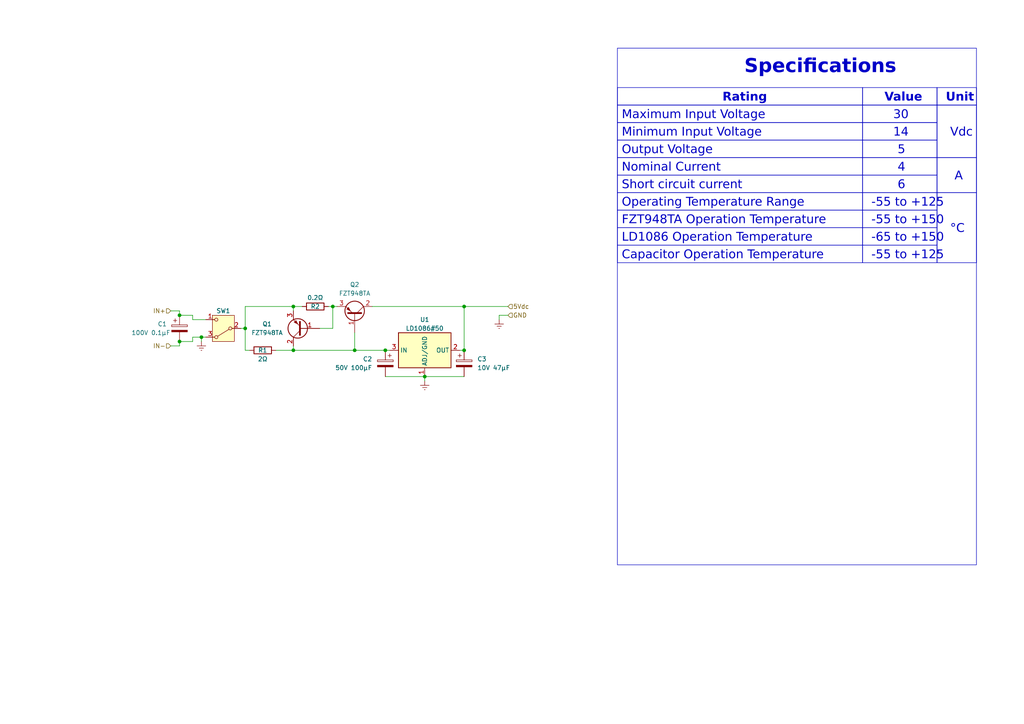
<source format=kicad_sch>
(kicad_sch (version 20230121) (generator eeschema)
  (paper "A4")
  (title_block (title "Power") (date "2024-09-27") (rev "1.0") (company "Lucas Rayan Guerra da Silva") (comment 1 "linkedin.com/in/lucasrguerra") (comment 2 "github.com/lucasrguerra/power_vision"))
  (lib_symbols
    (symbol "Device:C_Polarized" (pin_numbers hide) (pin_names (offset 0.254))
      (property "Reference" "C" (at 0.635 2.54 0))
      (property "Value" "C_Polarized" (at 0.635 -2.54 0))
      (symbol "C_Polarized_0_1"
        (rectangle (start -2.286 0.508) (end 2.286 1.016))
        (polyline (pts (xy -1.778 2.286) (xy -0.762 2.286)))
        (polyline (pts (xy -1.27 2.794) (xy -1.27 1.778)))
        (rectangle (start 2.286 -0.508) (end -2.286 -1.016) (fill (type outline)))
      )
      (symbol "C_Polarized_1_1"
        (pin passive line (at 0 3.81 270) (length 2.794) (name "~") (number "1"))
        (pin passive line (at 0 -3.81 90) (length 2.794) (name "~") (number "2"))
      )
    )
    (symbol "Device:R" (pin_numbers hide) (pin_names (offset 0))
      (property "Reference" "R" (at 2.032 0 90))
      (property "Value" "R" (at 0 0 90))
      (symbol "R_0_1"
        (rectangle (start -1.016 -2.54) (end 1.016 2.54) (stroke (width 0.254)))
      )
      (symbol "R_1_1"
        (pin passive line (at 0 3.81 270) (length 1.27) (name "~") (number "1"))
        (pin passive line (at 0 -3.81 90) (length 1.27) (name "~") (number "2"))
      )
    )
    (symbol "Regulator_Linear:LD1086D2M33TR"
      (property "Reference" "U" (at 0 10.16 0))
      (property "Value" "LD1086D2M33TR" (at 0 7.62 0))
      (symbol "LD1086D2M33TR_1_1"
        (rectangle (start -7.62 -5.08) (end 7.62 5.08) (stroke (width 0.254)) (fill (type background)))
        (pin input line (at 0 -7.62 90) (length 2.54) (name "ADJ/GND") (number "1"))
        (pin power_out line (at 10.16 0 180) (length 2.54) (name "OUT") (number "2"))
        (pin power_in line (at -10.16 0 0) (length 2.54) (name "IN") (number "3"))
      )
    )
    (symbol "Switch:SW_Nidec_CAS-120A1" (pin_names (offset 1) hide)
      (property "Reference" "SW" (at 0 4.318 0))
      (property "Value" "SW_Nidec_CAS-120A1" (at 0 -5.08 0))
      (symbol "SW_Nidec_CAS-120A1_0_1"
        (circle (center -2.032 0) (radius 0.4572))
        (polyline (pts (xy -1.651 0.254) (xy 1.651 2.286)))
        (circle (center 2.032 -2.54) (radius 0.4572))
        (circle (center 2.032 2.54) (radius 0.4572))
      )
      (symbol "SW_Nidec_CAS-120A1_1_1"
        (rectangle (start -3.175 3.81) (end 3.175 -3.81) (fill (type background)))
        (pin passive line (at 5.08 -2.54 180) (length 2.54) (name "C") (number "1"))
        (pin passive line (at -5.08 0 0) (length 2.54) (name "B") (number "2"))
        (pin passive line (at 5.08 2.54 180) (length 2.54) (name "A") (number "3"))
      )
    )
    (symbol "Transistor_BJT:TIP42" (pin_names (offset 0) hide)
      (property "Reference" "Q" (at 6.35 1.905 0))
      (property "Value" "TIP42" (at 6.35 0 0))
      (symbol "TIP42_0_1"
        (polyline (pts (xy 0.635 0.635) (xy 2.54 2.54)))
        (polyline (pts (xy 0.635 -0.635) (xy 2.54 -2.54) (xy 2.54 -2.54)))
        (polyline (pts (xy 0.635 1.905) (xy 0.635 -1.905) (xy 0.635 -1.905)) (stroke (width 0.508)))
        (polyline (pts (xy 2.286 -1.778) (xy 1.778 -2.286) (xy 1.27 -1.27) (xy 2.286 -1.778) (xy 2.286 -1.778)) (fill (type outline)))
        (circle (center 1.27 0) (radius 2.8194) (stroke (width 0.254)))
      )
      (symbol "TIP42_1_1"
        (pin input line (at -5.08 0 0) (length 5.715) (name "B") (number "1"))
        (pin passive line (at 2.54 5.08 270) (length 2.54) (name "C") (number "2"))
        (pin passive line (at 2.54 -5.08 90) (length 2.54) (name "E") (number "3"))
      )
    )
    (symbol "power:Earth" (power) (pin_names (offset 0))
      (symbol "Earth_0_1"
        (polyline (pts (xy -0.635 -1.905) (xy 0.635 -1.905)))
        (polyline (pts (xy -0.127 -2.54) (xy 0.127 -2.54)))
        (polyline (pts (xy 0 -1.27) (xy 0 0)))
        (polyline (pts (xy 1.27 -1.27) (xy -1.27 -1.27)))
      )
      (symbol "Earth_1_1"
        (pin power_in line (at 0 0 270) (length 0) hide (name "Earth") (number "1"))
      )
    )
  )
  (junction (at 123.19 109.22))
  (junction (at 52.07 91.44))
  (junction (at 85.09 101.6))
  (junction (at 102.87 101.6))
  (junction (at 58.42 97.79))
  (junction (at 96.52 88.9))
  (junction (at 134.62 101.6))
  (junction (at 111.76 101.6))
  (junction (at 52.07 99.06))
  (junction (at 134.62 88.9))
  (junction (at 85.09 88.9))
  (junction (at 71.12 95.25))
  (wire (pts (xy 69.85 95.25) (xy 71.12 95.25)))
  (wire (pts (xy 52.07 90.17) (xy 52.07 91.44)))
  (wire (pts (xy 85.09 90.17) (xy 85.09 88.9)))
  (wire (pts (xy 52.07 100.33) (xy 52.07 99.06)))
  (wire (pts (xy 111.76 101.6) (xy 113.03 101.6)))
  (wire (pts (xy 134.62 101.6) (xy 133.35 101.6)))
  (wire (pts (xy 85.09 100.33) (xy 85.09 101.6)))
  (wire (pts (xy 49.53 90.17) (xy 52.07 90.17)))
  (wire (pts (xy 71.12 95.25) (xy 71.12 101.6)))
  (wire (pts (xy 102.87 101.6) (xy 111.76 101.6)))
  (wire (pts (xy 52.07 91.44) (xy 55.88 91.44)))
  (wire (pts (xy 123.19 110.49) (xy 123.19 109.22)))
  (wire (pts (xy 55.88 97.79) (xy 55.88 99.06)))
  (wire (pts (xy 144.78 91.44) (xy 147.32 91.44)))
  (wire (pts (xy 58.42 99.06) (xy 58.42 97.79)))
  (wire (pts (xy 58.42 97.79) (xy 59.69 97.79)))
  (wire (pts (xy 85.09 88.9) (xy 87.63 88.9)))
  (wire (pts (xy 49.53 100.33) (xy 52.07 100.33)))
  (wire (pts (xy 111.76 109.22) (xy 123.19 109.22)))
  (wire (pts (xy 80.01 101.6) (xy 85.09 101.6)))
  (wire (pts (xy 96.52 88.9) (xy 96.52 95.25)))
  (wire (pts (xy 92.71 95.25) (xy 96.52 95.25)))
  (wire (pts (xy 123.19 109.22) (xy 134.62 109.22)))
  (wire (pts (xy 144.78 92.71) (xy 144.78 91.44)))
  (wire (pts (xy 55.88 97.79) (xy 58.42 97.79)))
  (wire (pts (xy 85.09 101.6) (xy 102.87 101.6)))
  (wire (pts (xy 95.25 88.9) (xy 96.52 88.9)))
  (wire (pts (xy 96.52 88.9) (xy 97.79 88.9)))
  (wire (pts (xy 55.88 99.06) (xy 52.07 99.06)))
  (wire (pts (xy 55.88 92.71) (xy 59.69 92.71)))
  (wire (pts (xy 71.12 101.6) (xy 72.39 101.6)))
  (wire (pts (xy 71.12 88.9) (xy 85.09 88.9)))
  (wire (pts (xy 55.88 91.44) (xy 55.88 92.71)))
  (wire (pts (xy 71.12 95.25) (xy 71.12 88.9)))
  (wire (pts (xy 102.87 96.52) (xy 102.87 101.6)))
  (wire (pts (xy 107.95 88.9) (xy 134.62 88.9)))
  (wire (pts (xy 134.62 88.9) (xy 147.32 88.9)))
  (wire (pts (xy 134.62 88.9) (xy 134.62 101.6)))
  (rectangle (start 250.19 30.48) (end 271.78 35.56))
  (rectangle (start 179.07 55.88) (end 250.19 60.96))
  (rectangle (start 179.07 40.64) (end 250.19 45.72))
  (rectangle (start 179.07 60.96) (end 250.19 66.04))
  (rectangle (start 250.19 50.8) (end 271.78 55.88))
  (rectangle (start 179.07 66.04) (end 250.19 71.12))
  (rectangle (start 250.19 25.4) (end 271.78 30.48))
  (rectangle (start 250.19 66.04) (end 271.78 71.12))
  (rectangle (start 179.07 45.72) (end 250.19 50.8))
  (rectangle (start 179.07 35.56) (end 250.19 40.64))
  (rectangle (start 271.78 30.48) (end 283.21 45.72))
  (rectangle (start 179.07 50.8) (end 250.19 55.88))
  (rectangle (start 179.07 30.48) (end 250.19 35.56))
  (rectangle (start 271.78 55.88) (end 283.21 76.2))
  (rectangle (start 250.19 55.88) (end 271.78 60.96))
  (rectangle (start 250.19 40.64) (end 271.78 45.72))
  (rectangle (start 271.78 25.4) (end 283.21 30.48))
  (rectangle (start 179.07 71.12) (end 250.19 76.2))
  (rectangle (start 250.19 60.96) (end 271.78 66.04))
  (rectangle (start 179.07 13.97) (end 283.21 163.83))
  (rectangle (start 250.19 35.56) (end 271.78 40.64))
  (rectangle (start 271.78 45.72) (end 283.21 55.88))
  (rectangle (start 250.19 45.72) (end 271.78 50.8))
  (rectangle (start 179.07 25.4) (end 250.19 30.48))
  (rectangle (start 250.19 71.12) (end 271.78 76.2))
  (text "30" (at 259.08 35.56 0) (effects (font (size 2.5 2.5)) (justify left bottom)))
  (text "Value" (at 256.54 30.48 0) (effects (font (size 2.5 2.5) (thickness 0.6) bold) (justify left bottom)))
  (text "FZT948TA Operation Temperature" (at 180.34 66.04 0) (effects (font (size 2.5 2.5)) (justify left bottom)))
  (text "Short circuit current" (at 180.34 55.88 0) (effects (font (size 2.5 2.5)) (justify left bottom)))
  (text "4" (at 260.35 50.8 0) (effects (font (size 2.5 2.5)) (justify left bottom)))
  (text "Rating" (at 209.55 30.48 0) (effects (font (size 2.5 2.5) (thickness 0.6) bold) (justify left bottom)))
  (text "Operating Temperature Range" (at 180.34 60.96 0) (effects (font (size 2.5 2.5)) (justify left bottom)))
  (text "Vdc" (at 275.59 40.64 0) (effects (font (size 2.5 2.5)) (justify left bottom)))
  (text "Specifications" (at 215.9 22.86 0) (effects (font (size 4 4) (thickness 0.254) bold) (justify left bottom)))
  (text "A\n" (at 276.86 53.34 0) (effects (font (size 2.5 2.5)) (justify left bottom)))
  (text "Capacitor Operation Temperature" (at 180.34 76.2 0) (effects (font (size 2.5 2.5)) (justify left bottom)))
  (text "6" (at 260.35 55.88 0) (effects (font (size 2.5 2.5)) (justify left bottom)))
  (text "Minimum Input Voltage" (at 180.34 40.64 0) (effects (font (size 2.5 2.5)) (justify left bottom)))
  (text "Unit" (at 274.32 30.48 0) (effects (font (size 2.5 2.5) (thickness 0.6) bold) (justify left bottom)))
  (text "-55 to +125" (at 252.73 76.2 0) (effects (font (size 2.5 2.5)) (justify left bottom)))
  (text "-55 to +150" (at 252.73 66.04 0) (effects (font (size 2.5 2.5)) (justify left bottom)))
  (text "Nominal Current" (at 180.34 50.8 0) (effects (font (size 2.5 2.5)) (justify left bottom)))
  (text "-55 to +125" (at 252.73 60.96 0) (effects (font (size 2.5 2.5)) (justify left bottom)))
  (text "Maximum Input Voltage" (at 180.34 35.56 0) (effects (font (size 2.5 2.5)) (justify left bottom)))
  (text "LD1086 Operation Temperature" (at 180.34 71.12 0) (effects (font (size 2.5 2.5)) (justify left bottom)))
  (text "14" (at 259.08 40.64 0) (effects (font (size 2.5 2.5)) (justify left bottom)))
  (text "5" (at 260.35 45.72 0) (effects (font (size 2.5 2.5)) (justify left bottom)))
  (text "Output Voltage" (at 180.34 45.72 0) (effects (font (size 2.5 2.5)) (justify left bottom)))
  (text "°C" (at 275.59 68.58 0) (effects (font (size 2.5 2.5)) (justify left bottom)))
  (text "-65 to +150" (at 252.73 71.12 0) (effects (font (size 2.5 2.5)) (justify left bottom)))
  (hierarchical_label "GND" (shape input) (at 147.32 91.44 0))
  (hierarchical_label "5Vdc" (shape input) (at 147.32 88.9 0))
  (hierarchical_label "IN-" (shape input) (at 49.53 100.33 180))
  (hierarchical_label "IN+" (shape input) (at 49.53 90.17 180))
  (symbol (lib_id "Device:R") (at 76.2 101.6 90) (unit 1)
    (property "Reference" "R1" (at 76.2 101.6 90))
    (property "Value" "2Ω" (at 76.2 104.14 90))
    (property "Footprint" "Resistor_SMD:R_0603_1608Metric" (effects hide))
  )
  (symbol (lib_id "Device:R") (at 91.44 88.9 90) (unit 1)
    (property "Reference" "R2" (at 91.44 88.9 90))
    (property "Value" "0.2Ω" (at 91.44 86.36 90))
    (property "Footprint" "Resistor_SMD:R_2512_6332Metric" (effects hide))
  )
  (symbol (lib_id "Transistor_BJT:TIP42") (at 87.63 95.25 180) (unit 1)
    (property "Reference" "Q1" (at 77.47 93.98 0))
    (property "Value" "FZT948TA" (at 77.47 96.52 0))
    (property "Footprint" "Package_TO_SOT_SMD:SOT-223" (effects hide))
    (property "Datasheet" "https://www.centralsemi.com/get_document.php?cmp=1&mergetype=pd&mergepath=pd&pdf_id=TIP42.PDF" (effects hide))
  )
  (symbol (lib_id "Regulator_Linear:LD1086D2M33TR") (at 123.19 101.6 0) (unit 1)
    (property "Reference" "U1" (at 123.19 92.71 0))
    (property "Value" "LD1086#50" (at 123.19 95.25 0))
    (property "Footprint" "Package_TO_SOT_SMD:TO-263-3_TabPin2" (effects hide))
    (property "Datasheet" "https://www.st.com/resource/en/datasheet/ld1086.pdf" (effects hide))
  )
  (symbol (lib_id "Device:C_Polarized") (at 52.07 95.25 0) (unit 1)
    (property "Reference" "C1" (at 45.72 93.98 0) (effects (justify left)))
    (property "Value" "100V 0.1µF" (at 38.1 96.52 0) (effects (justify left)))
    (property "Footprint" "Capacitor_SMD:C_1206_3216Metric" (effects hide))
  )
  (symbol (lib_id "power:Earth") (at 144.78 92.71 0) (unit 1)
    (property "Reference" "#PWR011" (effects hide))
    (property "Value" "Earth" (effects hide))
  )
  (symbol (lib_id "Transistor_BJT:TIP42") (at 102.87 91.44 270) (mirror x) (unit 1)
    (property "Reference" "Q2" (at 102.87 82.55 90))
    (property "Value" "FZT948TA" (at 102.87 85.09 90))
    (property "Footprint" "Package_TO_SOT_SMD:SOT-223" (effects hide))
  )
  (symbol (lib_id "Device:C_Polarized") (at 134.62 105.41 0) (unit 1)
    (property "Reference" "C3" (at 138.43 104.14 0) (effects (justify left)))
    (property "Value" "10V 47µF" (at 138.43 106.68 0) (effects (justify left)))
    (property "Footprint" "Capacitor_Tantalum_SMD:CP_EIA-7343-31_Kemet-D" (effects hide))
  )
  (symbol (lib_id "Device:C_Polarized") (at 111.76 105.41 0) (mirror y) (unit 1)
    (property "Reference" "C2" (at 107.95 104.14 0) (effects (justify left)))
    (property "Value" "50V 100µF" (at 107.95 106.68 0) (effects (justify left)))
    (property "Footprint" "Capacitor_SMD:CP_Elec_10x10" (effects hide))
  )
  (symbol (lib_id "Switch:SW_Nidec_CAS-120A1") (at 64.77 95.25 180) (unit 1)
    (property "Reference" "SW1" (at 64.77 90.17 0))
    (property "Value" "SS-12D00G 4mm" (effects hide))
    (property "Footprint" "Connector_PinHeader_2.54mm:PinHeader_1x03_P2.54mm_Vertical" (effects hide))
    (property "Datasheet" "https://www.nidec-components.com/e/catalog/switch/cas.pdf" (effects hide))
  )
  (symbol (lib_id "power:Earth") (at 58.42 99.06 0) (unit 1)
    (property "Reference" "#PWR05" (effects hide))
    (property "Value" "Earth" (effects hide))
  )
  (symbol (lib_id "power:Earth") (at 123.19 110.49 0) (unit 1)
    (property "Reference" "#PWR010" (effects hide))
    (property "Value" "Earth" (effects hide))
  )
)
</source>
